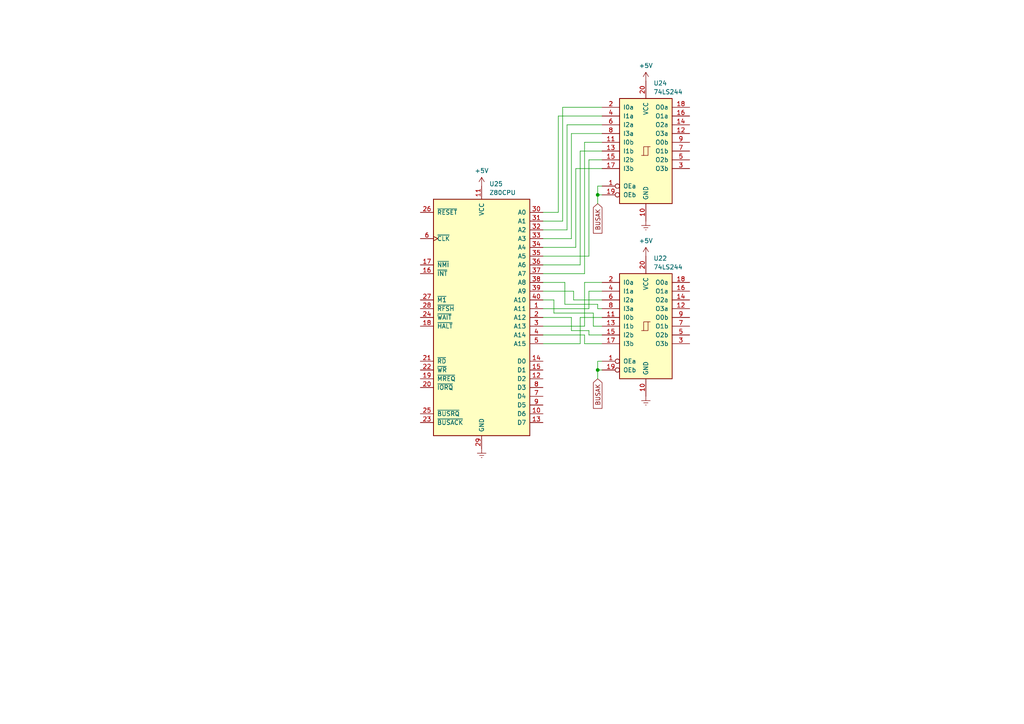
<source format=kicad_sch>
(kicad_sch (version 20230121) (generator eeschema)
  (paper "A4")
  (lib_symbols
    (symbol "74xx:74LS244" (pin_names (offset 1.016))
      (property "Reference" "U" (at -7.62 16.51 0))
      (property "Value" "74LS244" (at -7.62 -16.51 0))
      (symbol "74LS244_1_0"
        (polyline (pts (xy -0.635 -1.27) (xy -0.635 1.27) (xy 0.635 1.27)))
        (polyline (pts (xy -1.27 -1.27) (xy 0.635 -1.27) (xy 0.635 1.27) (xy 1.27 1.27)))
        (pin input inverted (at -12.7 -10.16 0) (length 5.08) (name "OEa") (number "1"))
        (pin power_in line (at 0 -20.32 90) (length 5.08) (name "GND") (number "10"))
        (pin input line (at -12.7 2.54 0) (length 5.08) (name "I0b") (number "11"))
        (pin tri_state line (at 12.7 5.08 180) (length 5.08) (name "O3a") (number "12"))
        (pin input line (at -12.7 0 0) (length 5.08) (name "I1b") (number "13"))
        (pin tri_state line (at 12.7 7.62 180) (length 5.08) (name "O2a") (number "14"))
        (pin input line (at -12.7 -2.54 0) (length 5.08) (name "I2b") (number "15"))
        (pin tri_state line (at 12.7 10.16 180) (length 5.08) (name "O1a") (number "16"))
        (pin input line (at -12.7 -5.08 0) (length 5.08) (name "I3b") (number "17"))
        (pin tri_state line (at 12.7 12.7 180) (length 5.08) (name "O0a") (number "18"))
        (pin input inverted (at -12.7 -12.7 0) (length 5.08) (name "OEb") (number "19"))
        (pin input line (at -12.7 12.7 0) (length 5.08) (name "I0a") (number "2"))
        (pin power_in line (at 0 20.32 270) (length 5.08) (name "VCC") (number "20"))
        (pin tri_state line (at 12.7 -5.08 180) (length 5.08) (name "O3b") (number "3"))
        (pin input line (at -12.7 10.16 0) (length 5.08) (name "I1a") (number "4"))
        (pin tri_state line (at 12.7 -2.54 180) (length 5.08) (name "O2b") (number "5"))
        (pin input line (at -12.7 7.62 0) (length 5.08) (name "I2a") (number "6"))
        (pin tri_state line (at 12.7 0 180) (length 5.08) (name "O1b") (number "7"))
        (pin input line (at -12.7 5.08 0) (length 5.08) (name "I3a") (number "8"))
        (pin tri_state line (at 12.7 2.54 180) (length 5.08) (name "O0b") (number "9"))
      )
      (symbol "74LS244_1_1"
        (rectangle (start -7.62 15.24) (end 7.62 -15.24) (stroke (width 0.254)) (fill (type background)))
      )
    )
    (symbol "CPU:Z80CPU" (pin_names (offset 1.016))
      (property "Reference" "U" (at -13.97 35.56 0))
      (property "Value" "Z80CPU" (at 6.35 35.56 0))
      (symbol "Z80CPU_0_1"
        (rectangle (start -13.97 34.29) (end 13.97 -34.29) (stroke (width 0.254)) (fill (type background)))
      )
      (symbol "Z80CPU_1_1"
        (pin output line (at 17.78 2.54 180) (length 3.81) (name "A11") (number "1"))
        (pin bidirectional line (at 17.78 -27.94 180) (length 3.81) (name "D6") (number "10"))
        (pin power_in line (at 0 38.1 270) (length 3.81) (name "VCC") (number "11"))
        (pin bidirectional line (at 17.78 -17.78 180) (length 3.81) (name "D2") (number "12"))
        (pin bidirectional line (at 17.78 -30.48 180) (length 3.81) (name "D7") (number "13"))
        (pin bidirectional line (at 17.78 -12.7 180) (length 3.81) (name "D0") (number "14"))
        (pin bidirectional line (at 17.78 -15.24 180) (length 3.81) (name "D1") (number "15"))
        (pin input line (at -17.78 12.7 0) (length 3.81) (name "~{INT}") (number "16"))
        (pin input line (at -17.78 15.24 0) (length 3.81) (name "~{NMI}") (number "17"))
        (pin output line (at -17.78 -2.54 0) (length 3.81) (name "~{HALT}") (number "18"))
        (pin output line (at -17.78 -17.78 0) (length 3.81) (name "~{MREQ}") (number "19"))
        (pin output line (at 17.78 0 180) (length 3.81) (name "A12") (number "2"))
        (pin output line (at -17.78 -20.32 0) (length 3.81) (name "~{IORQ}") (number "20"))
        (pin output line (at -17.78 -12.7 0) (length 3.81) (name "~{RD}") (number "21"))
        (pin output line (at -17.78 -15.24 0) (length 3.81) (name "~{WR}") (number "22"))
        (pin output line (at -17.78 -30.48 0) (length 3.81) (name "~{BUSACK}") (number "23"))
        (pin input line (at -17.78 0 0) (length 3.81) (name "~{WAIT}") (number "24"))
        (pin input line (at -17.78 -27.94 0) (length 3.81) (name "~{BUSRQ}") (number "25"))
        (pin input line (at -17.78 30.48 0) (length 3.81) (name "~{RESET}") (number "26"))
        (pin output line (at -17.78 5.08 0) (length 3.81) (name "~{M1}") (number "27"))
        (pin output line (at -17.78 2.54 0) (length 3.81) (name "~{RFSH}") (number "28"))
        (pin power_in line (at 0 -38.1 90) (length 3.81) (name "GND") (number "29"))
        (pin output line (at 17.78 -2.54 180) (length 3.81) (name "A13") (number "3"))
        (pin output line (at 17.78 30.48 180) (length 3.81) (name "A0") (number "30"))
        (pin output line (at 17.78 27.94 180) (length 3.81) (name "A1") (number "31"))
        (pin output line (at 17.78 25.4 180) (length 3.81) (name "A2") (number "32"))
        (pin output line (at 17.78 22.86 180) (length 3.81) (name "A3") (number "33"))
        (pin output line (at 17.78 20.32 180) (length 3.81) (name "A4") (number "34"))
        (pin output line (at 17.78 17.78 180) (length 3.81) (name "A5") (number "35"))
        (pin output line (at 17.78 15.24 180) (length 3.81) (name "A6") (number "36"))
        (pin output line (at 17.78 12.7 180) (length 3.81) (name "A7") (number "37"))
        (pin output line (at 17.78 10.16 180) (length 3.81) (name "A8") (number "38"))
        (pin output line (at 17.78 7.62 180) (length 3.81) (name "A9") (number "39"))
        (pin output line (at 17.78 -5.08 180) (length 3.81) (name "A14") (number "4"))
        (pin output line (at 17.78 5.08 180) (length 3.81) (name "A10") (number "40"))
        (pin output line (at 17.78 -7.62 180) (length 3.81) (name "A15") (number "5"))
        (pin input clock (at -17.78 22.86 0) (length 3.81) (name "~{CLK}") (number "6"))
        (pin bidirectional line (at 17.78 -22.86 180) (length 3.81) (name "D4") (number "7"))
        (pin bidirectional line (at 17.78 -20.32 180) (length 3.81) (name "D3") (number "8"))
        (pin bidirectional line (at 17.78 -25.4 180) (length 3.81) (name "D5") (number "9"))
      )
    )
    (symbol "power:+5V" (power) (pin_names (offset 0))
      (property "Value" "+5V" (at 0 3.556 0))
      (symbol "+5V_0_1"
        (polyline (pts (xy -0.762 1.27) (xy 0 2.54)))
        (polyline (pts (xy 0 0) (xy 0 2.54)))
        (polyline (pts (xy 0 2.54) (xy 0.762 1.27)))
      )
      (symbol "+5V_1_1"
        (pin power_in line (at 0 0 90) (length 0) hide (name "+5V") (number "1"))
      )
    )
    (symbol "power:Earth" (power) (pin_names (offset 0))
      (symbol "Earth_0_1"
        (polyline (pts (xy -0.635 -1.905) (xy 0.635 -1.905)))
        (polyline (pts (xy -0.127 -2.54) (xy 0.127 -2.54)))
        (polyline (pts (xy 0 -1.27) (xy 0 0)))
        (polyline (pts (xy 1.27 -1.27) (xy -1.27 -1.27)))
      )
      (symbol "Earth_1_1"
        (pin power_in line (at 0 0 270) (length 0) hide (name "Earth") (number "1"))
      )
    )
  )
  (junction (at 173.355 56.515))
  (junction (at 173.355 107.315))
  (wire (pts (xy 169.545 97.155) (xy 169.545 99.695)))
  (wire (pts (xy 163.83 88.265) (xy 173.355 88.265)))
  (wire (pts (xy 169.545 79.375) (xy 169.545 41.275)))
  (wire (pts (xy 157.48 81.915) (xy 163.83 81.915)))
  (wire (pts (xy 166.37 86.995) (xy 174.625 86.995)))
  (wire (pts (xy 173.355 56.515) (xy 173.355 53.975)))
  (wire (pts (xy 170.815 97.155) (xy 174.625 97.155)))
  (wire (pts (xy 173.355 59.055) (xy 173.355 56.515)))
  (wire (pts (xy 164.465 36.195) (xy 174.625 36.195)))
  (wire (pts (xy 168.275 92.075) (xy 174.625 92.075)))
  (wire (pts (xy 157.48 74.295) (xy 170.815 74.295)))
  (wire (pts (xy 164.465 66.675) (xy 164.465 36.195)))
  (wire (pts (xy 170.815 89.535) (xy 170.815 84.455)))
  (wire (pts (xy 172.085 90.805) (xy 172.085 94.615)))
  (wire (pts (xy 169.545 94.615) (xy 169.545 81.915)))
  (wire (pts (xy 170.815 74.295) (xy 170.815 46.355)))
  (wire (pts (xy 157.48 76.835) (xy 168.275 76.835)))
  (wire (pts (xy 157.48 99.695) (xy 168.275 99.695)))
  (wire (pts (xy 157.48 89.535) (xy 170.815 89.535)))
  (wire (pts (xy 170.815 46.355) (xy 174.625 46.355)))
  (wire (pts (xy 157.48 86.995) (xy 160.655 86.995)))
  (wire (pts (xy 163.195 64.135) (xy 163.195 31.115)))
  (wire (pts (xy 157.48 79.375) (xy 169.545 79.375)))
  (wire (pts (xy 157.48 92.075) (xy 165.735 92.075)))
  (wire (pts (xy 163.83 81.915) (xy 163.83 88.265)))
  (wire (pts (xy 157.48 61.595) (xy 161.925 61.595)))
  (wire (pts (xy 173.355 53.975) (xy 174.625 53.975)))
  (wire (pts (xy 160.655 86.995) (xy 160.655 90.805)))
  (wire (pts (xy 170.815 95.885) (xy 170.815 97.155)))
  (wire (pts (xy 160.655 90.805) (xy 172.085 90.805)))
  (wire (pts (xy 173.355 104.775) (xy 174.625 104.775)))
  (wire (pts (xy 157.48 66.675) (xy 164.465 66.675)))
  (wire (pts (xy 173.355 109.855) (xy 173.355 107.315)))
  (wire (pts (xy 165.735 38.735) (xy 174.625 38.735)))
  (wire (pts (xy 173.355 88.265) (xy 173.355 89.535)))
  (wire (pts (xy 157.48 64.135) (xy 163.195 64.135)))
  (wire (pts (xy 169.545 41.275) (xy 174.625 41.275)))
  (wire (pts (xy 172.085 94.615) (xy 174.625 94.615)))
  (wire (pts (xy 168.275 76.835) (xy 168.275 43.815)))
  (wire (pts (xy 161.925 33.655) (xy 174.625 33.655)))
  (wire (pts (xy 173.355 107.315) (xy 173.355 104.775)))
  (wire (pts (xy 166.37 84.455) (xy 166.37 86.995)))
  (wire (pts (xy 157.48 94.615) (xy 169.545 94.615)))
  (wire (pts (xy 169.545 99.695) (xy 174.625 99.695)))
  (wire (pts (xy 170.815 84.455) (xy 174.625 84.455)))
  (wire (pts (xy 157.48 84.455) (xy 166.37 84.455)))
  (wire (pts (xy 167.005 71.755) (xy 167.005 48.895)))
  (wire (pts (xy 168.275 99.695) (xy 168.275 92.075)))
  (wire (pts (xy 165.735 69.215) (xy 165.735 38.735)))
  (wire (pts (xy 165.735 92.075) (xy 165.735 95.885)))
  (wire (pts (xy 173.355 107.315) (xy 174.625 107.315)))
  (wire (pts (xy 157.48 69.215) (xy 165.735 69.215)))
  (wire (pts (xy 161.925 61.595) (xy 161.925 33.655)))
  (wire (pts (xy 173.355 89.535) (xy 174.625 89.535)))
  (wire (pts (xy 157.48 97.155) (xy 169.545 97.155)))
  (wire (pts (xy 165.735 95.885) (xy 170.815 95.885)))
  (wire (pts (xy 168.275 43.815) (xy 174.625 43.815)))
  (wire (pts (xy 173.355 56.515) (xy 174.625 56.515)))
  (wire (pts (xy 163.195 31.115) (xy 174.625 31.115)))
  (wire (pts (xy 157.48 71.755) (xy 167.005 71.755)))
  (wire (pts (xy 167.005 48.895) (xy 174.625 48.895)))
  (wire (pts (xy 169.545 81.915) (xy 174.625 81.915)))
  (global_label "BUSAK" (shape input) (at 173.355 109.855 270) (property "Intersheetrefs" "${INTERSHEET_REFS}" (effects hide)))
  (global_label "BUSAK" (shape input) (at 173.355 59.055 270) (property "Intersheetrefs" "${INTERSHEET_REFS}" (effects hide)))
  (symbol (lib_id "74xx:74LS244") (at 187.325 94.615 0) (unit 1)
    (property "Reference" "U22" (at 189.5191 74.93 0) (effects (justify left)))
    (property "Value" "74LS244" (at 189.5191 77.47 0) (effects (justify left)))
    (property "Datasheet" "http://www.ti.com/lit/ds/symlink/sn74ls244.pdf" (effects hide))
  )
  (symbol (lib_id "power:Earth") (at 187.325 64.135 0) (unit 1)
    (property "Reference" "#PWR08" (effects hide))
    (property "Value" "Earth" (effects hide))
  )
  (symbol (lib_id "power:+5V") (at 187.325 74.295 0) (unit 1)
    (property "Reference" "#PWR06" (effects hide))
    (property "Value" "+5V" (at 187.325 69.85 0))
  )
  (symbol (lib_id "power:Earth") (at 139.7 130.175 0) (unit 1)
    (property "Reference" "#PWR04" (effects hide))
    (property "Value" "Earth" (effects hide))
  )
  (symbol (lib_id "74xx:74LS244") (at 187.325 43.815 0) (unit 1)
    (property "Reference" "U24" (at 189.5191 24.13 0) (effects (justify left)))
    (property "Value" "74LS244" (at 189.5191 26.67 0) (effects (justify left)))
    (property "Datasheet" "http://www.ti.com/lit/ds/symlink/sn74ls244.pdf" (effects hide))
  )
  (symbol (lib_id "CPU:Z80CPU") (at 139.7 92.075 0) (unit 1)
    (property "Reference" "U25" (at 141.8941 53.34 0) (effects (justify left)))
    (property "Value" "Z80CPU" (at 141.8941 55.88 0) (effects (justify left)))
    (property "Datasheet" "www.zilog.com/manage_directlink.php?filepath=docs/z80/um0080" (effects hide))
  )
  (symbol (lib_id "power:Earth") (at 187.325 114.935 0) (unit 1)
    (property "Reference" "#PWR07" (effects hide))
    (property "Value" "Earth" (effects hide))
  )
  (symbol (lib_id "power:+5V") (at 139.7 53.975 0) (unit 1)
    (property "Reference" "#PWR05" (effects hide))
    (property "Value" "+5V" (at 139.7 49.53 0))
  )
  (symbol (lib_id "power:+5V") (at 187.325 23.495 0) (unit 1)
    (property "Reference" "#PWR09" (effects hide))
    (property "Value" "+5V" (at 187.325 19.05 0))
  )
)
</source>
